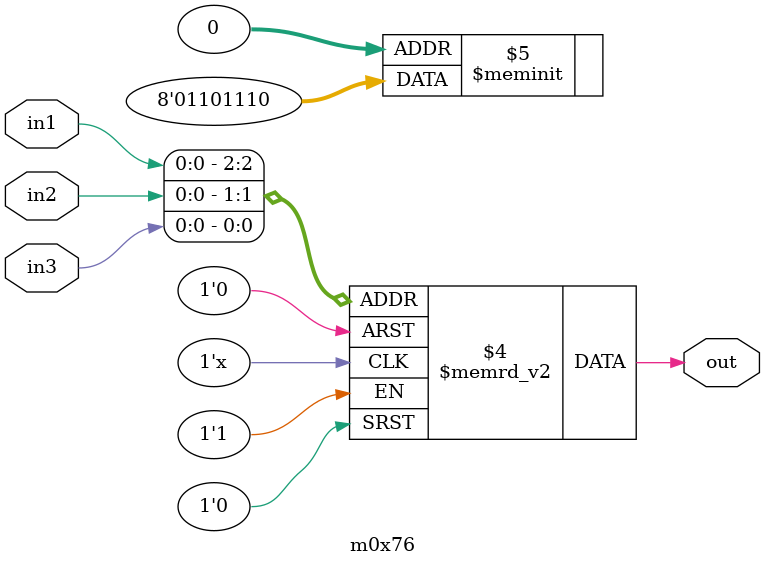
<source format=v>
module m0x76(output out, input in1, in2, in3);

   always @(in1, in2, in3)
     begin
        case({in1, in2, in3})
          3'b000: {out} = 1'b0;
          3'b001: {out} = 1'b1;
          3'b010: {out} = 1'b1;
          3'b011: {out} = 1'b1;
          3'b100: {out} = 1'b0;
          3'b101: {out} = 1'b1;
          3'b110: {out} = 1'b1;
          3'b111: {out} = 1'b0;
        endcase // case ({in1, in2, in3})
     end // always @ (in1, in2, in3)

endmodule // m0x76
</source>
